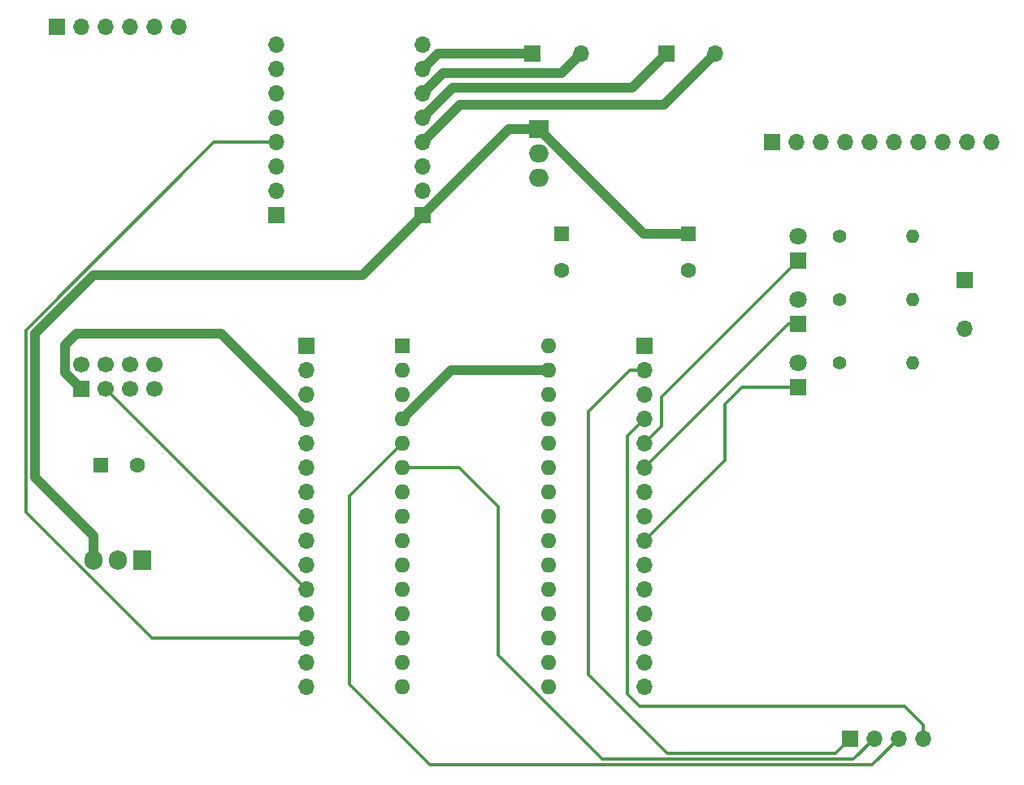
<source format=gbr>
%TF.GenerationSoftware,KiCad,Pcbnew,8.0.3*%
%TF.CreationDate,2024-06-28T16:15:32+02:00*%
%TF.ProjectId,remote controll_v1,72656d6f-7465-4206-936f-6e74726f6c6c,rev?*%
%TF.SameCoordinates,Original*%
%TF.FileFunction,Copper,L2,Bot*%
%TF.FilePolarity,Positive*%
%FSLAX46Y46*%
G04 Gerber Fmt 4.6, Leading zero omitted, Abs format (unit mm)*
G04 Created by KiCad (PCBNEW 8.0.3) date 2024-06-28 16:15:32*
%MOMM*%
%LPD*%
G01*
G04 APERTURE LIST*
%TA.AperFunction,ComponentPad*%
%ADD10R,1.700000X1.700000*%
%TD*%
%TA.AperFunction,ComponentPad*%
%ADD11O,1.700000X1.700000*%
%TD*%
%TA.AperFunction,ComponentPad*%
%ADD12C,1.400000*%
%TD*%
%TA.AperFunction,ComponentPad*%
%ADD13O,1.400000X1.400000*%
%TD*%
%TA.AperFunction,ComponentPad*%
%ADD14R,1.800000X1.800000*%
%TD*%
%TA.AperFunction,ComponentPad*%
%ADD15C,1.800000*%
%TD*%
%TA.AperFunction,ComponentPad*%
%ADD16R,1.600000X1.600000*%
%TD*%
%TA.AperFunction,ComponentPad*%
%ADD17C,1.600000*%
%TD*%
%TA.AperFunction,ComponentPad*%
%ADD18C,1.700000*%
%TD*%
%TA.AperFunction,ComponentPad*%
%ADD19O,1.600000X1.600000*%
%TD*%
%TA.AperFunction,ComponentPad*%
%ADD20R,1.905000X2.000000*%
%TD*%
%TA.AperFunction,ComponentPad*%
%ADD21O,1.905000X2.000000*%
%TD*%
%TA.AperFunction,ComponentPad*%
%ADD22R,2.000000X1.905000*%
%TD*%
%TA.AperFunction,ComponentPad*%
%ADD23O,2.000000X1.905000*%
%TD*%
%TA.AperFunction,Conductor*%
%ADD24C,0.300000*%
%TD*%
%TA.AperFunction,Conductor*%
%ADD25C,1.000000*%
%TD*%
G04 APERTURE END LIST*
D10*
%TO.P,GPS1,1,GND*%
%TO.N,Net-(3v3_regulator1-GND)*%
X222814000Y-142300000D03*
D11*
%TO.P,GPS1,2,TX*%
%TO.N,Net-(A1-D3)*%
X225354000Y-142300000D03*
%TO.P,GPS1,3,RX*%
%TO.N,Net-(A1-D2)*%
X227894000Y-142300000D03*
%TO.P,GPS1,4,VCC*%
%TO.N,Net-(A1-+5V)*%
X230434000Y-142300000D03*
%TD*%
D12*
%TO.P,R2,1*%
%TO.N,Net-(D2-A)*%
X221742000Y-96520000D03*
D13*
%TO.P,R2,2*%
%TO.N,Net-(3v3_regulator1-GND)*%
X229362000Y-96520000D03*
%TD*%
D14*
%TO.P,D2,1,K*%
%TO.N,Net-(A1-A6)*%
X217424000Y-99065000D03*
D15*
%TO.P,D2,2,A*%
%TO.N,Net-(D2-A)*%
X217424000Y-96525000D03*
%TD*%
D12*
%TO.P,R3,1*%
%TO.N,Net-(D3-A)*%
X221742000Y-89916000D03*
D13*
%TO.P,R3,2*%
%TO.N,Net-(3v3_regulator1-GND)*%
X229362000Y-89916000D03*
%TD*%
D10*
%TO.P,MPU1,1,VCC*%
%TO.N,Net-(A1-+5V)*%
X214689000Y-80117000D03*
D11*
%TO.P,MPU1,2,GND*%
%TO.N,Net-(3v3_regulator1-GND)*%
X217229000Y-80117000D03*
%TO.P,MPU1,3,SCL*%
%TO.N,Net-(A1-A5)*%
X219769000Y-80117000D03*
%TO.P,MPU1,4,SDA*%
%TO.N,Net-(A1-A4)*%
X222309000Y-80117000D03*
%TO.P,MPU1,5,EDA*%
%TO.N,unconnected-(MPU1-EDA-Pad5)*%
X224849000Y-80117000D03*
%TO.P,MPU1,6,ECL*%
%TO.N,unconnected-(MPU1-ECL-Pad6)*%
X227389000Y-80117000D03*
%TO.P,MPU1,7,ADO*%
%TO.N,unconnected-(MPU1-ADO-Pad7)*%
X229929000Y-80117000D03*
%TO.P,MPU1,8,INT*%
%TO.N,unconnected-(MPU1-INT-Pad8)*%
X232469000Y-80117000D03*
%TO.P,MPU1,9,NCS*%
%TO.N,unconnected-(MPU1-NCS-Pad9)*%
X235009000Y-80117000D03*
%TO.P,MPU1,10,FSYNC*%
%TO.N,unconnected-(MPU1-FSYNC-Pad10)*%
X237549000Y-80117000D03*
%TD*%
D12*
%TO.P,R1,1*%
%TO.N,Net-(D1-A)*%
X221742000Y-103129000D03*
D13*
%TO.P,R1,2*%
%TO.N,Net-(3v3_regulator1-GND)*%
X229362000Y-103129000D03*
%TD*%
D10*
%TO.P,MOTOR_A1,1,Input*%
%TO.N,Net-(MOTOR_A1-Input)*%
X189738000Y-70839000D03*
D11*
%TO.P,MOTOR_A1,2,GND*%
%TO.N,Net-(MOTOR_A1-GND)*%
X194818000Y-70839000D03*
%TD*%
D10*
%TO.P,TB6612FNG1,1,VM*%
%TO.N,Net-(3v3_regulator1-VI)*%
X178308000Y-87711000D03*
D11*
%TO.P,TB6612FNG1,2,VCC*%
%TO.N,Net-(A1-+5V)*%
X178308000Y-85171000D03*
%TO.P,TB6612FNG1,3,GND*%
%TO.N,Net-(3v3_regulator1-GND)*%
X178308000Y-82631000D03*
%TO.P,TB6612FNG1,4,AO1*%
%TO.N,Net-(MOTOR_B1-GND)*%
X178308000Y-80091000D03*
%TO.P,TB6612FNG1,5,AO2*%
%TO.N,Net-(MOTOR_B1-Input)*%
X178308000Y-77551000D03*
%TO.P,TB6612FNG1,6,BO2*%
%TO.N,Net-(MOTOR_A1-GND)*%
X178308000Y-75011000D03*
%TO.P,TB6612FNG1,7,BO1*%
%TO.N,Net-(MOTOR_A1-Input)*%
X178308000Y-72471000D03*
%TO.P,TB6612FNG1,8,GND*%
%TO.N,Net-(3v3_regulator1-GND)*%
X178308000Y-69931000D03*
D10*
%TO.P,TB6612FNG1,9,PWM_A*%
%TO.N,Net-(A1-A0)*%
X163068000Y-87711000D03*
D11*
%TO.P,TB6612FNG1,10,AI2*%
%TO.N,Net-(A1-D4)*%
X163068000Y-85171000D03*
%TO.P,TB6612FNG1,11,AI1*%
%TO.N,Net-(A1-D5)*%
X163068000Y-82631000D03*
%TO.P,TB6612FNG1,12,STBY*%
%TO.N,Net-(A1-D10)*%
X163068000Y-80091000D03*
%TO.P,TB6612FNG1,13,BI1*%
%TO.N,Net-(A1-D6)*%
X163068000Y-77551000D03*
%TO.P,TB6612FNG1,14,BI2*%
%TO.N,Net-(A1-D7)*%
X163068000Y-75011000D03*
%TO.P,TB6612FNG1,15,PWM_B*%
%TO.N,Net-(A1-A1)*%
X163068000Y-72471000D03*
%TO.P,TB6612FNG1,16,GND*%
%TO.N,Net-(3v3_regulator1-GND)*%
X163068000Y-69931000D03*
%TD*%
D14*
%TO.P,D1,1,K*%
%TO.N,Net-(A1-A3)*%
X217424000Y-105669000D03*
D15*
%TO.P,D1,2,A*%
%TO.N,Net-(D1-A)*%
X217424000Y-103129000D03*
%TD*%
D16*
%TO.P,C5v1,1*%
%TO.N,Net-(A1-+5V)*%
X192786000Y-89672000D03*
D17*
%TO.P,C5v1,2*%
%TO.N,Net-(3v3_regulator1-GND)*%
X192786000Y-93472000D03*
%TD*%
D10*
%TO.P,NRF1,0*%
%TO.N,N/C*%
X140178000Y-68059000D03*
D11*
X142718000Y-68059000D03*
X145258000Y-68059000D03*
X147798000Y-68059000D03*
X150338000Y-68059000D03*
X152878000Y-68059000D03*
D10*
%TO.P,NRF1,1,GND*%
%TO.N,Net-(3v3_regulator1-GND)*%
X142718000Y-105797000D03*
D18*
%TO.P,NRF1,2,VCC*%
%TO.N,Net-(3v3_regulator1-VO)*%
X142718000Y-103257000D03*
%TO.P,NRF1,3,CE*%
%TO.N,Net-(A1-D8)*%
X145258000Y-105797000D03*
%TO.P,NRF1,4,~{CSN}*%
%TO.N,Net-(A1-D9)*%
X145258000Y-103257000D03*
%TO.P,NRF1,5,SCK*%
%TO.N,Net-(A1-D13)*%
X147798000Y-105797000D03*
%TO.P,NRF1,6,MOSI*%
%TO.N,Net-(A1-D11)*%
X147798000Y-103257000D03*
%TO.P,NRF1,7,MISO*%
%TO.N,Net-(A1-D12)*%
X150338000Y-105797000D03*
%TO.P,NRF1,8,IRQ*%
%TO.N,unconnected-(NRF1-IRQ-Pad8)*%
X150338000Y-103257000D03*
%TD*%
D10*
%TO.P,A1,1,D1/TX*%
%TO.N,unconnected-(A1-D1{slash}TX-Pad1)*%
X166182000Y-101346000D03*
D16*
X176181857Y-101346000D03*
D11*
%TO.P,A1,2,D0/RX*%
%TO.N,unconnected-(A1-D0{slash}RX-Pad2)*%
X166182000Y-103886000D03*
D19*
X176181857Y-103886000D03*
D11*
%TO.P,A1,3,~{RESET}*%
%TO.N,unconnected-(A1-~{RESET}-Pad3)*%
X166182000Y-106426000D03*
D19*
X176181857Y-106426000D03*
D11*
%TO.P,A1,4,GND*%
%TO.N,Net-(3v3_regulator1-GND)*%
X166182000Y-108966000D03*
D19*
X176181857Y-108966000D03*
D11*
%TO.P,A1,5,D2*%
%TO.N,Net-(A1-D2)*%
X166182000Y-111506000D03*
D19*
X176181857Y-111506000D03*
D11*
%TO.P,A1,6,D3*%
%TO.N,Net-(A1-D3)*%
X166182000Y-114046000D03*
D19*
X176181857Y-114046000D03*
D11*
%TO.P,A1,7,D4*%
%TO.N,Net-(A1-D4)*%
X166182000Y-116586000D03*
D19*
X176181857Y-116586000D03*
D11*
%TO.P,A1,8,D5*%
%TO.N,Net-(A1-D5)*%
X166182000Y-119126000D03*
D19*
X176181857Y-119126000D03*
D11*
%TO.P,A1,9,D6*%
%TO.N,Net-(A1-D6)*%
X166182000Y-121666000D03*
D19*
X176181857Y-121666000D03*
D11*
%TO.P,A1,10,D7*%
%TO.N,Net-(A1-D7)*%
X166182000Y-124206000D03*
D19*
X176181857Y-124206000D03*
D11*
%TO.P,A1,11,D8*%
%TO.N,Net-(A1-D8)*%
X166182000Y-126746000D03*
D19*
X176181857Y-126746000D03*
D11*
%TO.P,A1,12,D9*%
%TO.N,Net-(A1-D9)*%
X166182000Y-129286000D03*
D19*
X176181857Y-129286000D03*
D11*
%TO.P,A1,13,D10*%
%TO.N,Net-(A1-D10)*%
X166182000Y-131826000D03*
D19*
X176181857Y-131826000D03*
D11*
%TO.P,A1,14,D11*%
%TO.N,Net-(A1-D11)*%
X166182000Y-134366000D03*
D19*
X176181857Y-134366000D03*
D11*
%TO.P,A1,15,D12*%
%TO.N,Net-(A1-D12)*%
X166182000Y-136906000D03*
D19*
X176181857Y-136906000D03*
%TO.P,A1,16,D13*%
%TO.N,Net-(A1-D13)*%
X191421857Y-136906000D03*
D11*
X201422000Y-136906000D03*
D19*
%TO.P,A1,17,3V3*%
%TO.N,unconnected-(A1-3V3-Pad17)*%
X191421857Y-134366000D03*
D11*
X201422000Y-134366000D03*
D19*
%TO.P,A1,18,AREF*%
%TO.N,unconnected-(A1-AREF-Pad18)*%
X191421857Y-131826000D03*
D11*
X201422000Y-131826000D03*
D19*
%TO.P,A1,19,A0*%
%TO.N,Net-(A1-A0)*%
X191421857Y-129286000D03*
D11*
X201422000Y-129286000D03*
D19*
%TO.P,A1,20,A1*%
%TO.N,Net-(A1-A1)*%
X191421857Y-126746000D03*
D11*
X201422000Y-126746000D03*
D19*
%TO.P,A1,21,A2*%
%TO.N,unconnected-(A1-A2-Pad21)*%
X191421857Y-124206000D03*
D11*
X201422000Y-124206000D03*
D19*
%TO.P,A1,22,A3*%
%TO.N,Net-(A1-A3)*%
X191421857Y-121666000D03*
D11*
X201422000Y-121666000D03*
D19*
%TO.P,A1,23,A4*%
%TO.N,Net-(A1-A4)*%
X191421857Y-119126000D03*
D11*
X201422000Y-119126000D03*
D19*
%TO.P,A1,24,A5*%
%TO.N,Net-(A1-A5)*%
X191421857Y-116586000D03*
D11*
X201422000Y-116586000D03*
D19*
%TO.P,A1,25,A6*%
%TO.N,Net-(A1-A6)*%
X191421857Y-114046000D03*
D11*
X201422000Y-114046000D03*
D19*
%TO.P,A1,26,A7*%
%TO.N,Net-(A1-A7)*%
X191421857Y-111506000D03*
D11*
X201422000Y-111506000D03*
D19*
%TO.P,A1,27,+5V*%
%TO.N,Net-(A1-+5V)*%
X191421857Y-108966000D03*
D11*
X201422000Y-108966000D03*
D19*
%TO.P,A1,28,~{RESET}*%
%TO.N,unconnected-(A1-~{RESET}-Pad28)*%
X191421857Y-106426000D03*
D11*
X201422000Y-106426000D03*
D19*
%TO.P,A1,29,GND*%
%TO.N,Net-(3v3_regulator1-GND)*%
X191421857Y-103886000D03*
D11*
X201422000Y-103886000D03*
D19*
%TO.P,A1,30,VIN*%
%TO.N,unconnected-(A1-VIN-Pad30)*%
X191421857Y-101346000D03*
D10*
X201422000Y-101346000D03*
%TD*%
%TO.P,MOTOR_B1,1,Input*%
%TO.N,Net-(MOTOR_B1-Input)*%
X203708000Y-70839000D03*
D11*
%TO.P,MOTOR_B1,2,GND*%
%TO.N,Net-(MOTOR_B1-GND)*%
X208788000Y-70839000D03*
%TD*%
D20*
%TO.P,3v3_regulator1,1,GND*%
%TO.N,Net-(3v3_regulator1-GND)*%
X149098000Y-123696000D03*
D21*
%TO.P,3v3_regulator1,2,VO*%
%TO.N,Net-(3v3_regulator1-VO)*%
X146558000Y-123696000D03*
%TO.P,3v3_regulator1,3,VI*%
%TO.N,Net-(3v3_regulator1-VI)*%
X144018000Y-123696000D03*
%TD*%
D16*
%TO.P,C3.3v1,1*%
%TO.N,Net-(3v3_regulator1-VO)*%
X144755349Y-113792000D03*
D17*
%TO.P,C3.3v1,2*%
%TO.N,Net-(3v3_regulator1-GND)*%
X148555349Y-113792000D03*
%TD*%
D10*
%TO.P,POWER_INPUT1,1,Input*%
%TO.N,Net-(3v3_regulator1-VI)*%
X234796000Y-94488000D03*
D11*
%TO.P,POWER_INPUT1,2,GND*%
%TO.N,Net-(3v3_regulator1-GND)*%
X234796000Y-99568000D03*
%TD*%
D22*
%TO.P,U1,1,IN*%
%TO.N,Net-(3v3_regulator1-VI)*%
X190414000Y-78740000D03*
D23*
%TO.P,U1,2,GND*%
%TO.N,Net-(3v3_regulator1-GND)*%
X190414000Y-81280000D03*
%TO.P,U1,3,OUT*%
%TO.N,Net-(A1-+5V)*%
X190414000Y-83820000D03*
%TD*%
D14*
%TO.P,D3,1,K*%
%TO.N,Net-(A1-A7)*%
X217424000Y-92461000D03*
D15*
%TO.P,D3,2,A*%
%TO.N,Net-(D3-A)*%
X217424000Y-89921000D03*
%TD*%
D16*
%TO.P,C12v1,1*%
%TO.N,Net-(3v3_regulator1-VI)*%
X205994000Y-89637349D03*
D17*
%TO.P,C12v1,2*%
%TO.N,Net-(3v3_regulator1-GND)*%
X205994000Y-93437349D03*
%TD*%
D24*
%TO.N,Net-(3v3_regulator1-GND)*%
X203778000Y-143834000D02*
X221280000Y-143834000D01*
X195580000Y-135636000D02*
X203778000Y-143834000D01*
X221280000Y-143834000D02*
X222814000Y-142300000D01*
X199898000Y-103886000D02*
X195580000Y-108204000D01*
X195580000Y-108204000D02*
X195580000Y-135636000D01*
X201422000Y-103886000D02*
X199898000Y-103886000D01*
%TO.N,Net-(A1-D3)*%
X223220000Y-144434000D02*
X225354000Y-142300000D01*
X197012000Y-144434000D02*
X223220000Y-144434000D01*
X186182000Y-118110000D02*
X186182000Y-133604000D01*
X186182000Y-133604000D02*
X197012000Y-144434000D01*
X182118000Y-114046000D02*
X186182000Y-118110000D01*
X176181857Y-114046000D02*
X182118000Y-114046000D01*
%TO.N,Net-(A1-D2)*%
X225160000Y-145034000D02*
X227894000Y-142300000D01*
X179070000Y-145034000D02*
X225160000Y-145034000D01*
X170688000Y-116999857D02*
X170688000Y-136652000D01*
X170688000Y-136652000D02*
X179070000Y-145034000D01*
X176181857Y-111506000D02*
X170688000Y-116999857D01*
%TO.N,Net-(A1-+5V)*%
X228480000Y-138938000D02*
X230434000Y-140892000D01*
X230434000Y-140892000D02*
X230434000Y-142300000D01*
D25*
%TO.N,Net-(3v3_regulator1-GND)*%
X191421857Y-103886000D02*
X181261857Y-103886000D01*
X142240000Y-100076000D02*
X157292000Y-100076000D01*
X141068000Y-101248000D02*
X142240000Y-100076000D01*
X141068000Y-104147000D02*
X141068000Y-101248000D01*
X157292000Y-100076000D02*
X166182000Y-108966000D01*
X142718000Y-105797000D02*
X141068000Y-104147000D01*
X181261857Y-103886000D02*
X176181857Y-108966000D01*
%TO.N,Net-(3v3_regulator1-VI)*%
X137922000Y-100076000D02*
X137922000Y-115062000D01*
X144018000Y-121158000D02*
X144018000Y-123696000D01*
X201311349Y-89637349D02*
X190414000Y-78740000D01*
X178308000Y-87711000D02*
X172039000Y-93980000D01*
X144018000Y-93980000D02*
X137922000Y-100076000D01*
X190414000Y-78740000D02*
X187279000Y-78740000D01*
X137922000Y-115062000D02*
X144018000Y-121158000D01*
X172039000Y-93980000D02*
X144018000Y-93980000D01*
X205994000Y-89637349D02*
X201311349Y-89637349D01*
X187279000Y-78740000D02*
X178308000Y-87711000D01*
D24*
%TO.N,Net-(A1-A6)*%
X216403000Y-99065000D02*
X201422000Y-114046000D01*
X217424000Y-99065000D02*
X216403000Y-99065000D01*
%TO.N,Net-(A1-D8)*%
X166182000Y-126721000D02*
X166182000Y-126746000D01*
X145258000Y-105797000D02*
X166182000Y-126721000D01*
%TO.N,Net-(A1-A3)*%
X217424000Y-105669000D02*
X211577000Y-105669000D01*
X209804000Y-107442000D02*
X209804000Y-113284000D01*
X209804000Y-113284000D02*
X201422000Y-121666000D01*
X211577000Y-105669000D02*
X209804000Y-107442000D01*
%TO.N,Net-(A1-+5V)*%
X228480000Y-138938000D02*
X200914000Y-138938000D01*
X199644000Y-110744000D02*
X201422000Y-108966000D01*
X199644000Y-137668000D02*
X199644000Y-110744000D01*
X200914000Y-138938000D02*
X199644000Y-137668000D01*
%TO.N,Net-(A1-D10)*%
X156563498Y-80091000D02*
X136972000Y-99682498D01*
X163068000Y-80091000D02*
X156563498Y-80091000D01*
X150114000Y-131826000D02*
X166182000Y-131826000D01*
X136972000Y-99682498D02*
X136972000Y-118684000D01*
X136972000Y-118684000D02*
X150114000Y-131826000D01*
%TO.N,Net-(A1-A7)*%
X217424000Y-92461000D02*
X203200000Y-106685000D01*
X203200000Y-109728000D02*
X201422000Y-111506000D01*
X203200000Y-106685000D02*
X203200000Y-109728000D01*
D25*
%TO.N,Net-(MOTOR_A1-Input)*%
X179940000Y-70839000D02*
X178308000Y-72471000D01*
X189738000Y-70839000D02*
X179940000Y-70839000D01*
%TO.N,Net-(MOTOR_A1-GND)*%
X194818000Y-70839000D02*
X192759000Y-72898000D01*
X180421000Y-72898000D02*
X178308000Y-75011000D01*
X192759000Y-72898000D02*
X180421000Y-72898000D01*
%TO.N,Net-(MOTOR_B1-Input)*%
X200125000Y-74422000D02*
X181437000Y-74422000D01*
X181437000Y-74422000D02*
X178308000Y-77551000D01*
X203708000Y-70839000D02*
X200125000Y-74422000D01*
%TO.N,Net-(MOTOR_B1-GND)*%
X208788000Y-70839000D02*
X203427000Y-76200000D01*
X182199000Y-76200000D02*
X178308000Y-80091000D01*
X203427000Y-76200000D02*
X182199000Y-76200000D01*
%TD*%
M02*

</source>
